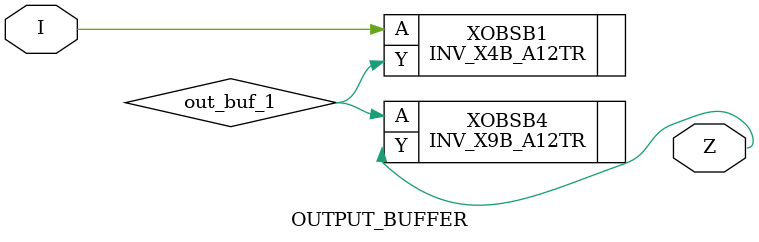
<source format=v>

module MAL_TOP(
    dig_in0_clk,
    dig_in1_tms_pad_i, 
    dig_in2_tck_pad_i, 
    dig_in3_tdi_pad_i,
    dig_out0_tdo_pad_o,
    dig_out1_sr_out
);

// JTAG
output dig_out0_tdo_pad_o; 
input  dig_in1_tms_pad_i;
input  dig_in2_tck_pad_i; 
input  dig_in3_tdi_pad_i; 

// CLK Input
input  dig_in0_clk;

// Supervisor Mode Bit
output dig_out1_sr_out;

// Pad Connection Wires
wire TO_PAD_sr_out;
wire TO_PAD_sr_out_buffed;
wire TO_PAD_tdo_pad_o;
wire FROM_PAD_sys_clk_in_p;
wire FROM_PAD_tms_pad_i;
wire FROM_PAD_tck_pad_i;
wire FROM_PAD_tdi_pad_i;

// ORPSOC Instantiation
orpsoc_top orpsoc(
    .tdo_pad_o(TO_PAD_tdo_pad_o), 
    .tms_pad_i(FROM_PAD_tms_pad_i), 
    .tck_pad_i(FROM_PAD_tck_pad_i), 
    .tdi_pad_i(FROM_PAD_tdi_pad_i), 
    .jtag_gnd(TO_PAD_jtag_gnd), 
    .jtag_vdd(TO_PAD_jtag_vdd),
    .sys_clk_in_p(FROM_PAD_sys_clk_in_p),
    .sr_out(TO_PAD_sr_out),
    .rst_n_pad_i(),
    .sr(),
    .ex_insn(),
    .ex_pc()
);

OUTPUT_BUFFER outbuffer1 (.I(TO_PAD_sr_out), .Z(TO_PAD_sr_out_buffed));

// INPUT Pads
PBIDIR_18_PL_H PAD_u0_digin (.Y(FROM_PAD_sys_clk_in_p), .PAD(dig_in0_clk),       .RTO(1'b1), .SNS(1'b1), .IE(1'b1), .IS(1'b0), .PE(1'b0), .PS(1'b0), .POE(1'b0), .SR(), .DS0(), .DS1(), .OE(), .PO(), .TRIGGER(), .A(), .VDD(), .VSS(), .DVDD(), .DVSS());
PBIDIR_18_PL_H PAD_u1_digin (.Y(FROM_PAD_tms_pad_i),    .PAD(dig_in1_tms_pad_i), .RTO(1'b1), .SNS(1'b1), .IE(1'b1), .IS(1'b0), .PE(1'b0), .PS(1'b0), .POE(1'b0), .SR(), .DS0(), .DS1(), .OE(), .PO(), .TRIGGER(), .A(), .VDD(), .VSS(), .DVDD(), .DVSS());
PBIDIR_18_PL_H PAD_u2_digin (.Y(FROM_PAD_tck_pad_i),    .PAD(dig_in2_tck_pad_i), .RTO(1'b1), .SNS(1'b1), .IE(1'b1), .IS(1'b0), .PE(1'b0), .PS(1'b0), .POE(1'b0), .SR(), .DS0(), .DS1(), .OE(), .PO(), .TRIGGER(), .A(), .VDD(), .VSS(), .DVDD(), .DVSS());
PBIDIR_18_PL_H PAD_u3_digin (.Y(FROM_PAD_tdi_pad_i),    .PAD(dig_in3_tdi_pad_i), .RTO(1'b1), .SNS(1'b1), .IE(1'b1), .IS(1'b0), .PE(1'b0), .PS(1'b0), .POE(1'b0), .SR(), .DS0(), .DS1(), .OE(), .PO(), .TRIGGER(), .A(), .VDD(), .VSS(), .DVDD(), .DVSS());

// OUTPUT Pads
PBIDIR_18_PL_H PAD_u0_digout (.A(TO_PAD_tdo_pad_o),     .PAD(dig_out0_tdo_pad_o), .RTO(1'b1), .SNS(1'b1), .OE(1'b1), .DS0(1'b1), .DS1(1'b1), .SR(1'b0), .PE(1'b1), .PS(1'b0), .IE(), .IS(), .POE(), .PO(), .TRIGGER(), .Y(), .VDD(), .VSS(), .DVDD(), .DVSS());
PBIDIR_18_PL_H PAD_u1_digout (.A(TO_PAD_sr_out_buffed), .PAD(dig_out1_sr_out),    .RTO(1'b1), .SNS(1'b1), .OE(1'b1), .DS0(1'b1), .DS1(1'b1), .SR(1'b0), .PE(1'b1), .PS(1'b0), .IE(), .IS(), .POE(), .PO(), .TRIGGER(), .Y(), .VDD(), .VSS(), .DVDD(), .DVSS());

// Power/Ground Pads
PVDD_18_PL_H  PAD_POWER_VDD1  ();
PVSS_18_PL_H  PAD_POWER_VSS1  ();
PDVDD_18_PL_H PAD_POWER_DVDD1 ();
PDVSS_18_PL_H PAD_POWER_DVSS1 ();

endmodule


module OUTPUT_BUFFER (I, Z);
    input  I;
    output Z;

    wire   out_buf_1;

    INV_X4B_A12TR   XOBSB1 (.A(I), .Y(out_buf_1) );
    INV_X9B_A12TR   XOBSB4 (.A(out_buf_1), .Y(Z) );
endmodule




</source>
